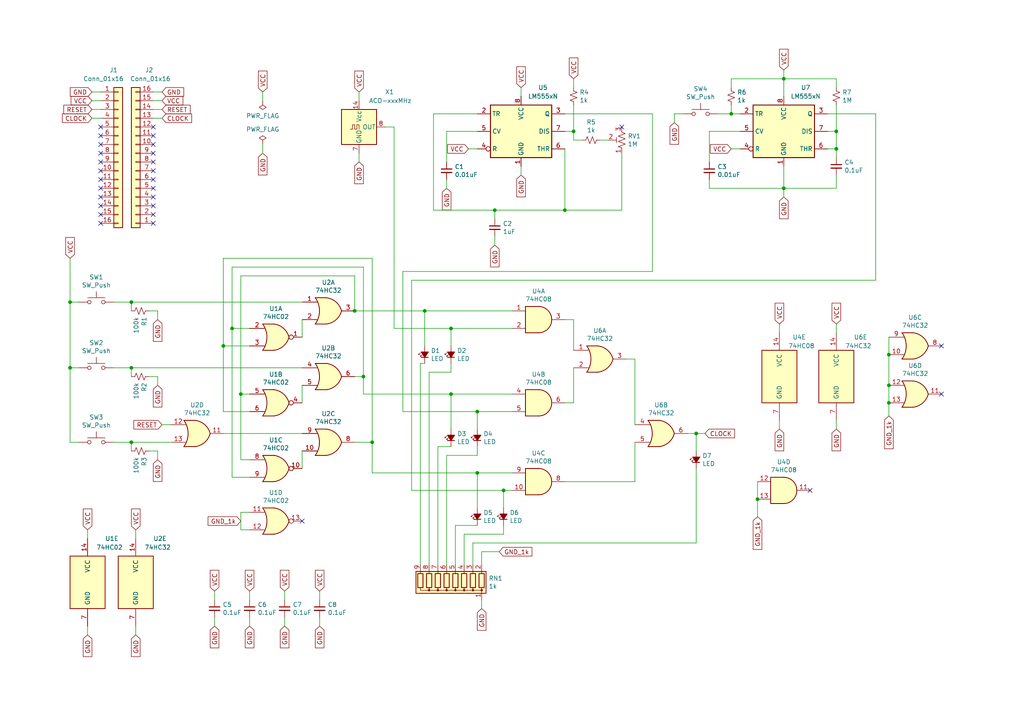
<source format=kicad_sch>
(kicad_sch (version 20230121) (generator eeschema)
  (paper "A4")
  (lib_symbols
    (symbol "74xx:74LS02" (pin_names (offset 1.016))
      (property "Reference" "U" (at 0 1.27 0))
      (property "Value" "74LS02" (at 0 -1.27 0))
      (symbol "74LS02_1_1"
        (pin output inverted (at 7.62 0 180) (length 3.81) (name "~") (number "1"))
        (pin input line (at -7.62 2.54 0) (length 4.318) (name "~") (number "2"))
        (pin input line (at -7.62 -2.54 0) (length 4.318) (name "~") (number "3"))
      )
      (symbol "74LS02_1_2"
        (pin output line (at 7.62 0 180) (length 3.81) (name "~") (number "1"))
        (pin input inverted (at -7.62 2.54 0) (length 3.81) (name "~") (number "2"))
        (pin input inverted (at -7.62 -2.54 0) (length 3.81) (name "~") (number "3"))
      )
      (symbol "74LS02_2_1"
        (pin output inverted (at 7.62 0 180) (length 3.81) (name "~") (number "4"))
        (pin input line (at -7.62 2.54 0) (length 4.318) (name "~") (number "5"))
        (pin input line (at -7.62 -2.54 0) (length 4.318) (name "~") (number "6"))
      )
      (symbol "74LS02_2_2"
        (pin output line (at 7.62 0 180) (length 3.81) (name "~") (number "4"))
        (pin input inverted (at -7.62 2.54 0) (length 3.81) (name "~") (number "5"))
        (pin input inverted (at -7.62 -2.54 0) (length 3.81) (name "~") (number "6"))
      )
      (symbol "74LS02_3_1"
        (pin output inverted (at 7.62 0 180) (length 3.81) (name "~") (number "10"))
        (pin input line (at -7.62 2.54 0) (length 4.318) (name "~") (number "8"))
        (pin input line (at -7.62 -2.54 0) (length 4.318) (name "~") (number "9"))
      )
      (symbol "74LS02_3_2"
        (pin output line (at 7.62 0 180) (length 3.81) (name "~") (number "10"))
        (pin input inverted (at -7.62 2.54 0) (length 3.81) (name "~") (number "8"))
        (pin input inverted (at -7.62 -2.54 0) (length 3.81) (name "~") (number "9"))
      )
      (symbol "74LS02_4_1"
        (pin input line (at -7.62 2.54 0) (length 4.318) (name "~") (number "11"))
        (pin input line (at -7.62 -2.54 0) (length 4.318) (name "~") (number "12"))
        (pin output inverted (at 7.62 0 180) (length 3.81) (name "~") (number "13"))
      )
      (symbol "74LS02_4_2"
        (pin input inverted (at -7.62 2.54 0) (length 3.81) (name "~") (number "11"))
        (pin input inverted (at -7.62 -2.54 0) (length 3.81) (name "~") (number "12"))
        (pin output line (at 7.62 0 180) (length 3.81) (name "~") (number "13"))
      )
      (symbol "74LS02_5_0"
        (pin power_in line (at 0 12.7 270) (length 5.08) (name "VCC") (number "14"))
        (pin power_in line (at 0 -12.7 90) (length 5.08) (name "GND") (number "7"))
      )
    )
    (symbol "74xx:74LS08" (pin_names (offset 1.016))
      (property "Reference" "U" (at 0 1.27 0))
      (property "Value" "74LS08" (at 0 -1.27 0))
      (symbol "74LS08_1_1"
        (pin input line (at -7.62 2.54 0) (length 3.81) (name "~") (number "1"))
        (pin input line (at -7.62 -2.54 0) (length 3.81) (name "~") (number "2"))
        (pin output line (at 7.62 0 180) (length 3.81) (name "~") (number "3"))
      )
      (symbol "74LS08_1_2"
        (pin input inverted (at -7.62 2.54 0) (length 4.318) (name "~") (number "1"))
        (pin input inverted (at -7.62 -2.54 0) (length 4.318) (name "~") (number "2"))
        (pin output inverted (at 7.62 0 180) (length 3.81) (name "~") (number "3"))
      )
      (symbol "74LS08_2_1"
        (pin input line (at -7.62 2.54 0) (length 3.81) (name "~") (number "4"))
        (pin input line (at -7.62 -2.54 0) (length 3.81) (name "~") (number "5"))
        (pin output line (at 7.62 0 180) (length 3.81) (name "~") (number "6"))
      )
      (symbol "74LS08_2_2"
        (pin input inverted (at -7.62 2.54 0) (length 4.318) (name "~") (number "4"))
        (pin input inverted (at -7.62 -2.54 0) (length 4.318) (name "~") (number "5"))
        (pin output inverted (at 7.62 0 180) (length 3.81) (name "~") (number "6"))
      )
      (symbol "74LS08_3_1"
        (pin input line (at -7.62 -2.54 0) (length 3.81) (name "~") (number "10"))
        (pin output line (at 7.62 0 180) (length 3.81) (name "~") (number "8"))
        (pin input line (at -7.62 2.54 0) (length 3.81) (name "~") (number "9"))
      )
      (symbol "74LS08_3_2"
        (pin input inverted (at -7.62 -2.54 0) (length 4.318) (name "~") (number "10"))
        (pin output inverted (at 7.62 0 180) (length 3.81) (name "~") (number "8"))
        (pin input inverted (at -7.62 2.54 0) (length 4.318) (name "~") (number "9"))
      )
      (symbol "74LS08_4_1"
        (pin output line (at 7.62 0 180) (length 3.81) (name "~") (number "11"))
        (pin input line (at -7.62 2.54 0) (length 3.81) (name "~") (number "12"))
        (pin input line (at -7.62 -2.54 0) (length 3.81) (name "~") (number "13"))
      )
      (symbol "74LS08_4_2"
        (pin output inverted (at 7.62 0 180) (length 3.81) (name "~") (number "11"))
        (pin input inverted (at -7.62 2.54 0) (length 4.318) (name "~") (number "12"))
        (pin input inverted (at -7.62 -2.54 0) (length 4.318) (name "~") (number "13"))
      )
      (symbol "74LS08_5_0"
        (pin power_in line (at 0 12.7 270) (length 5.08) (name "VCC") (number "14"))
        (pin power_in line (at 0 -12.7 90) (length 5.08) (name "GND") (number "7"))
      )
    )
    (symbol "74xx:74LS32" (pin_names (offset 1.016))
      (property "Reference" "U" (at 0 1.27 0))
      (property "Value" "74LS32" (at 0 -1.27 0))
      (symbol "74LS32_1_1"
        (pin input line (at -7.62 2.54 0) (length 4.318) (name "~") (number "1"))
        (pin input line (at -7.62 -2.54 0) (length 4.318) (name "~") (number "2"))
        (pin output line (at 7.62 0 180) (length 3.81) (name "~") (number "3"))
      )
      (symbol "74LS32_1_2"
        (pin input inverted (at -7.62 2.54 0) (length 3.81) (name "~") (number "1"))
        (pin input inverted (at -7.62 -2.54 0) (length 3.81) (name "~") (number "2"))
        (pin output inverted (at 7.62 0 180) (length 3.81) (name "~") (number "3"))
      )
      (symbol "74LS32_2_1"
        (pin input line (at -7.62 2.54 0) (length 4.318) (name "~") (number "4"))
        (pin input line (at -7.62 -2.54 0) (length 4.318) (name "~") (number "5"))
        (pin output line (at 7.62 0 180) (length 3.81) (name "~") (number "6"))
      )
      (symbol "74LS32_2_2"
        (pin input inverted (at -7.62 2.54 0) (length 3.81) (name "~") (number "4"))
        (pin input inverted (at -7.62 -2.54 0) (length 3.81) (name "~") (number "5"))
        (pin output inverted (at 7.62 0 180) (length 3.81) (name "~") (number "6"))
      )
      (symbol "74LS32_3_1"
        (pin input line (at -7.62 -2.54 0) (length 4.318) (name "~") (number "10"))
        (pin output line (at 7.62 0 180) (length 3.81) (name "~") (number "8"))
        (pin input line (at -7.62 2.54 0) (length 4.318) (name "~") (number "9"))
      )
      (symbol "74LS32_3_2"
        (pin input inverted (at -7.62 -2.54 0) (length 3.81) (name "~") (number "10"))
        (pin output inverted (at 7.62 0 180) (length 3.81) (name "~") (number "8"))
        (pin input inverted (at -7.62 2.54 0) (length 3.81) (name "~") (number "9"))
      )
      (symbol "74LS32_4_1"
        (pin output line (at 7.62 0 180) (length 3.81) (name "~") (number "11"))
        (pin input line (at -7.62 2.54 0) (length 4.318) (name "~") (number "12"))
        (pin input line (at -7.62 -2.54 0) (length 4.318) (name "~") (number "13"))
      )
      (symbol "74LS32_4_2"
        (pin output inverted (at 7.62 0 180) (length 3.81) (name "~") (number "11"))
        (pin input inverted (at -7.62 2.54 0) (length 3.81) (name "~") (number "12"))
        (pin input inverted (at -7.62 -2.54 0) (length 3.81) (name "~") (number "13"))
      )
      (symbol "74LS32_5_0"
        (pin power_in line (at 0 12.7 270) (length 5.08) (name "VCC") (number "14"))
        (pin power_in line (at 0 -12.7 90) (length 5.08) (name "GND") (number "7"))
      )
    )
    (symbol "Clock-rescue:ACO-xxxMHz-Oscillator" (pin_names (offset 0.254))
      (property "Reference" "X" (at -5.08 6.35 0))
      (property "Value" "Oscillator_ACO-xxxMHz" (at 1.27 -6.35 0))
      (symbol "ACO-xxxMHz-Oscillator_1_1"
        (pin no_connect line (at -7.62 0 0) (length 2.54) hide (name "NC") (number "1"))
        (pin power_in line (at 0 7.62 270) (length 2.54) (name "Vcc") (number "14"))
        (pin power_in line (at 0 -7.62 90) (length 2.54) (name "GND") (number "7"))
        (pin output line (at 7.62 0 180) (length 2.54) (name "OUT") (number "8"))
      )
    )
    (symbol "Clock-rescue:LED_Small_ALT-Device" (pin_numbers hide) (pin_names (offset 0.254) hide)
      (property "Reference" "D" (at -1.27 3.175 0))
      (property "Value" "Device_LED_Small_ALT" (at -4.445 -2.54 0))
      (symbol "LED_Small_ALT-Device_1_1"
        (pin passive line (at -2.54 0 0) (length 1.778) (name "K") (number "1"))
        (pin passive line (at 2.54 0 180) (length 1.778) (name "A") (number "2"))
      )
    )
    (symbol "Clock-rescue:R_POT_TRIM_US-Device" (pin_names (offset 1.016) hide)
      (property "Reference" "RV" (at -4.445 0 90))
      (property "Value" "Device_R_POT_TRIM_US" (at -2.54 0 90))
      (symbol "R_POT_TRIM_US-Device_1_1"
        (pin passive line (at 0 3.81 270) (length 1.27) (name "1") (number "1"))
        (pin passive line (at 3.81 0 180) (length 1.27) (name "2") (number "2"))
        (pin passive line (at 0 -3.81 90) (length 1.27) (name "3") (number "3"))
      )
    )
    (symbol "Connector_Generic:Conn_01x16" (pin_names (offset 1.016) hide)
      (property "Reference" "J" (at 0 20.32 0))
      (property "Value" "Conn_01x16" (at 0 -22.86 0))
      (symbol "Conn_01x16_1_1"
        (pin passive line (at -5.08 17.78 0) (length 3.81) (name "Pin_1") (number "1"))
        (pin passive line (at -5.08 -5.08 0) (length 3.81) (name "Pin_10") (number "10"))
        (pin passive line (at -5.08 -7.62 0) (length 3.81) (name "Pin_11") (number "11"))
        (pin passive line (at -5.08 -10.16 0) (length 3.81) (name "Pin_12") (number "12"))
        (pin passive line (at -5.08 -12.7 0) (length 3.81) (name "Pin_13") (number "13"))
        (pin passive line (at -5.08 -15.24 0) (length 3.81) (name "Pin_14") (number "14"))
        (pin passive line (at -5.08 -17.78 0) (length 3.81) (name "Pin_15") (number "15"))
        (pin passive line (at -5.08 -20.32 0) (length 3.81) (name "Pin_16") (number "16"))
        (pin passive line (at -5.08 15.24 0) (length 3.81) (name "Pin_2") (number "2"))
        (pin passive line (at -5.08 12.7 0) (length 3.81) (name "Pin_3") (number "3"))
        (pin passive line (at -5.08 10.16 0) (length 3.81) (name "Pin_4") (number "4"))
        (pin passive line (at -5.08 7.62 0) (length 3.81) (name "Pin_5") (number "5"))
        (pin passive line (at -5.08 5.08 0) (length 3.81) (name "Pin_6") (number "6"))
        (pin passive line (at -5.08 2.54 0) (length 3.81) (name "Pin_7") (number "7"))
        (pin passive line (at -5.08 0 0) (length 3.81) (name "Pin_8") (number "8"))
        (pin passive line (at -5.08 -2.54 0) (length 3.81) (name "Pin_9") (number "9"))
      )
    )
    (symbol "Device:C_Small" (pin_numbers hide) (pin_names (offset 0.254) hide)
      (property "Reference" "C" (at 0.254 1.778 0))
      (property "Value" "C_Small" (at 0.254 -2.032 0))
      (symbol "C_Small_1_1"
        (pin passive line (at 0 2.54 270) (length 2.032) (name "~") (number "1"))
        (pin passive line (at 0 -2.54 90) (length 2.032) (name "~") (number "2"))
      )
    )
    (symbol "Device:R_Network08" (pin_names (offset 0) hide)
      (property "Reference" "RN" (at -12.7 0 90))
      (property "Value" "R_Network08" (at 10.16 0 90))
      (symbol "R_Network08_1_1"
        (pin passive line (at -10.16 5.08 270) (length 2.54) (name "common") (number "1"))
        (pin passive line (at -10.16 -5.08 90) (length 1.27) (name "R1") (number "2"))
        (pin passive line (at -7.62 -5.08 90) (length 1.27) (name "R2") (number "3"))
        (pin passive line (at -5.08 -5.08 90) (length 1.27) (name "R3") (number "4"))
        (pin passive line (at -2.54 -5.08 90) (length 1.27) (name "R4") (number "5"))
        (pin passive line (at 0 -5.08 90) (length 1.27) (name "R5") (number "6"))
        (pin passive line (at 2.54 -5.08 90) (length 1.27) (name "R6") (number "7"))
        (pin passive line (at 5.08 -5.08 90) (length 1.27) (name "R7") (number "8"))
        (pin passive line (at 7.62 -5.08 90) (length 1.27) (name "R8") (number "9"))
      )
    )
    (symbol "Device:R_Small_US" (pin_numbers hide) (pin_names (offset 0.254) hide)
      (property "Reference" "R" (at 0.762 0.508 0))
      (property "Value" "R_Small_US" (at 0.762 -1.016 0))
      (symbol "R_Small_US_1_1"
        (pin passive line (at 0 2.54 270) (length 1.016) (name "~") (number "1"))
        (pin passive line (at 0 -2.54 90) (length 1.016) (name "~") (number "2"))
      )
    )
    (symbol "Switch:SW_Push" (pin_numbers hide) (pin_names (offset 1.016) hide)
      (property "Reference" "SW" (at 1.27 2.54 0))
      (property "Value" "SW_Push" (at 0 -1.524 0))
      (symbol "SW_Push_0_1"
        (pin passive line (at -5.08 0 0) (length 2.54) (name "1") (number "1"))
        (pin passive line (at 5.08 0 180) (length 2.54) (name "2") (number "2"))
      )
    )
    (symbol "Timer:LM555xN"
      (property "Reference" "U" (at -10.16 8.89 0))
      (property "Value" "LM555xN" (at 2.54 8.89 0))
      (symbol "LM555xN_0_0"
        (pin power_in line (at 0 -10.16 90) (length 2.54) (name "GND") (number "1"))
        (pin power_in line (at 0 10.16 270) (length 2.54) (name "VCC") (number "8"))
      )
      (symbol "LM555xN_1_1"
        (pin input line (at -12.7 5.08 0) (length 3.81) (name "TR") (number "2"))
        (pin output line (at 12.7 5.08 180) (length 3.81) (name "Q") (number "3"))
        (pin input inverted (at -12.7 -5.08 0) (length 3.81) (name "R") (number "4"))
        (pin input line (at -12.7 0 0) (length 3.81) (name "CV") (number "5"))
        (pin input line (at 12.7 -5.08 180) (length 3.81) (name "THR") (number "6"))
        (pin input line (at 12.7 0 180) (length 3.81) (name "DIS") (number "7"))
      )
    )
    (symbol "power:PWR_FLAG" (power) (pin_numbers hide) (pin_names (offset 0) hide)
      (property "Value" "PWR_FLAG" (at 0 3.81 0))
      (symbol "PWR_FLAG_0_0"
        (pin power_out line (at 0 0 90) (length 0) (name "pwr") (number "1"))
      )
    )
  )
  (junction (at 38.1 128.27))
  (junction (at 20.32 87.63))
  (junction (at 166.37 38.1))
  (junction (at 242.57 38.1))
  (junction (at 138.43 137.16))
  (junction (at 20.32 106.68))
  (junction (at 227.33 22.86))
  (junction (at 257.81 111.76))
  (junction (at 69.85 114.3))
  (junction (at 163.83 60.96))
  (junction (at 257.81 116.84))
  (junction (at 143.51 60.96))
  (junction (at 38.1 106.68))
  (junction (at 130.81 95.25))
  (junction (at 38.1 87.63))
  (junction (at 257.81 102.87))
  (junction (at 105.41 109.22))
  (junction (at 146.05 142.24))
  (junction (at 212.09 33.02))
  (junction (at 242.57 43.18))
  (junction (at 201.93 125.73))
  (junction (at 227.33 54.61))
  (junction (at 67.31 95.25))
  (junction (at 123.19 90.17))
  (junction (at 102.87 90.17))
  (junction (at 107.95 128.27))
  (junction (at 138.43 119.38))
  (junction (at 219.71 144.78))
  (junction (at 64.77 100.33))
  (junction (at 130.81 114.3))
  (no_connect (at 44.45 39.37))
  (no_connect (at 44.45 52.07))
  (no_connect (at 29.21 52.07))
  (no_connect (at 44.45 44.45))
  (no_connect (at 44.45 54.61))
  (no_connect (at 87.63 151.13))
  (no_connect (at 234.95 142.24))
  (no_connect (at 44.45 46.99))
  (no_connect (at 44.45 36.83))
  (no_connect (at 29.21 64.77))
  (no_connect (at 44.45 59.69))
  (no_connect (at 273.05 114.3))
  (no_connect (at 29.21 46.99))
  (no_connect (at 29.21 57.15))
  (no_connect (at 29.21 59.69))
  (no_connect (at 180.34 36.83))
  (no_connect (at 44.45 41.91))
  (no_connect (at 29.21 62.23))
  (no_connect (at 44.45 49.53))
  (no_connect (at 44.45 62.23))
  (no_connect (at 29.21 36.83))
  (no_connect (at 29.21 54.61))
  (no_connect (at 44.45 57.15))
  (no_connect (at 44.45 64.77))
  (no_connect (at 29.21 39.37))
  (no_connect (at 273.05 100.33))
  (no_connect (at 29.21 44.45))
  (no_connect (at 29.21 49.53))
  (no_connect (at 29.21 41.91))
  (wire (pts (xy 180.34 60.96) (xy 163.83 60.96)))
  (wire (pts (xy 130.81 107.95) (xy 124.46 107.95)))
  (wire (pts (xy 205.74 54.61) (xy 205.74 52.07)))
  (wire (pts (xy 119.38 81.28) (xy 119.38 142.24)))
  (wire (pts (xy 212.09 22.86) (xy 227.33 22.86)))
  (wire (pts (xy 139.7 160.02) (xy 139.7 163.83)))
  (wire (pts (xy 87.63 116.84) (xy 87.63 111.76)))
  (wire (pts (xy 214.63 38.1) (xy 205.74 38.1)))
  (wire (pts (xy 76.2 44.45) (xy 76.2 41.91)))
  (wire (pts (xy 129.54 54.61) (xy 129.54 52.07)))
  (wire (pts (xy 102.87 90.17) (xy 102.87 80.01)))
  (wire (pts (xy 26.67 29.21) (xy 29.21 29.21)))
  (wire (pts (xy 242.57 25.4) (xy 242.57 22.86)))
  (wire (pts (xy 67.31 77.47) (xy 67.31 95.25)))
  (wire (pts (xy 121.92 105.41) (xy 121.92 163.83)))
  (wire (pts (xy 125.73 60.96) (xy 143.51 60.96)))
  (wire (pts (xy 166.37 25.4) (xy 166.37 22.86)))
  (wire (pts (xy 76.2 26.67) (xy 76.2 29.21)))
  (wire (pts (xy 195.58 35.56) (xy 195.58 33.02)))
  (wire (pts (xy 116.84 78.74) (xy 116.84 119.38)))
  (wire (pts (xy 33.02 106.68) (xy 38.1 106.68)))
  (wire (pts (xy 240.03 43.18) (xy 242.57 43.18)))
  (wire (pts (xy 201.93 157.48) (xy 137.16 157.48)))
  (wire (pts (xy 82.55 181.61) (xy 82.55 179.07)))
  (wire (pts (xy 173.99 40.64) (xy 176.53 40.64)))
  (wire (pts (xy 242.57 45.72) (xy 242.57 43.18)))
  (wire (pts (xy 114.3 36.83) (xy 114.3 95.25)))
  (wire (pts (xy 87.63 97.79) (xy 87.63 92.71)))
  (wire (pts (xy 166.37 92.71) (xy 163.83 92.71)))
  (wire (pts (xy 64.77 100.33) (xy 72.39 100.33)))
  (wire (pts (xy 102.87 90.17) (xy 123.19 90.17)))
  (wire (pts (xy 242.57 38.1) (xy 240.03 38.1)))
  (wire (pts (xy 62.23 181.61) (xy 62.23 179.07)))
  (wire (pts (xy 146.05 154.94) (xy 134.62 154.94)))
  (wire (pts (xy 105.41 114.3) (xy 130.81 114.3)))
  (wire (pts (xy 137.16 157.48) (xy 137.16 163.83)))
  (wire (pts (xy 87.63 135.89) (xy 87.63 130.81)))
  (wire (pts (xy 138.43 132.08) (xy 129.54 132.08)))
  (wire (pts (xy 38.1 128.27) (xy 49.53 128.27)))
  (wire (pts (xy 138.43 124.46) (xy 138.43 119.38)))
  (wire (pts (xy 254 81.28) (xy 119.38 81.28)))
  (wire (pts (xy 123.19 105.41) (xy 121.92 105.41)))
  (wire (pts (xy 102.87 109.22) (xy 105.41 109.22)))
  (wire (pts (xy 69.85 80.01) (xy 102.87 80.01)))
  (wire (pts (xy 20.32 87.63) (xy 20.32 106.68)))
  (wire (pts (xy 205.74 54.61) (xy 227.33 54.61)))
  (wire (pts (xy 82.55 171.45) (xy 82.55 173.99)))
  (wire (pts (xy 69.85 153.67) (xy 72.39 153.67)))
  (wire (pts (xy 166.37 30.48) (xy 166.37 38.1)))
  (wire (pts (xy 105.41 109.22) (xy 105.41 114.3)))
  (wire (pts (xy 20.32 106.68) (xy 20.32 128.27)))
  (wire (pts (xy 138.43 152.4) (xy 132.08 152.4)))
  (wire (pts (xy 64.77 125.73) (xy 87.63 125.73)))
  (wire (pts (xy 201.93 130.81) (xy 201.93 125.73)))
  (wire (pts (xy 38.1 90.17) (xy 38.1 87.63)))
  (wire (pts (xy 134.62 154.94) (xy 134.62 163.83)))
  (wire (pts (xy 257.81 116.84) (xy 257.81 120.65)))
  (wire (pts (xy 184.15 123.19) (xy 184.15 104.14)))
  (wire (pts (xy 242.57 124.46) (xy 242.57 121.92)))
  (wire (pts (xy 127 129.54) (xy 127 163.83)))
  (wire (pts (xy 132.08 152.4) (xy 132.08 163.83)))
  (wire (pts (xy 151.13 25.4) (xy 151.13 27.94)))
  (wire (pts (xy 240.03 33.02) (xy 254 33.02)))
  (wire (pts (xy 227.33 57.15) (xy 227.33 54.61)))
  (wire (pts (xy 39.37 184.15) (xy 39.37 181.61)))
  (wire (pts (xy 46.99 26.67) (xy 44.45 26.67)))
  (wire (pts (xy 143.51 71.12) (xy 143.51 68.58)))
  (wire (pts (xy 72.39 171.45) (xy 72.39 173.99)))
  (wire (pts (xy 163.83 43.18) (xy 163.83 60.96)))
  (wire (pts (xy 129.54 132.08) (xy 129.54 163.83)))
  (wire (pts (xy 39.37 153.67) (xy 39.37 156.21)))
  (wire (pts (xy 226.06 124.46) (xy 226.06 121.92)))
  (wire (pts (xy 184.15 139.7) (xy 184.15 128.27)))
  (wire (pts (xy 22.86 106.68) (xy 20.32 106.68)))
  (wire (pts (xy 114.3 36.83) (xy 111.76 36.83)))
  (wire (pts (xy 45.72 92.71) (xy 45.72 90.17)))
  (wire (pts (xy 166.37 106.68) (xy 166.37 116.84)))
  (wire (pts (xy 69.85 133.35) (xy 72.39 133.35)))
  (wire (pts (xy 227.33 54.61) (xy 242.57 54.61)))
  (wire (pts (xy 43.18 130.81) (xy 45.72 130.81)))
  (wire (pts (xy 114.3 95.25) (xy 130.81 95.25)))
  (wire (pts (xy 227.33 54.61) (xy 227.33 48.26)))
  (wire (pts (xy 212.09 43.18) (xy 214.63 43.18)))
  (wire (pts (xy 72.39 181.61) (xy 72.39 179.07)))
  (wire (pts (xy 64.77 100.33) (xy 64.77 119.38)))
  (wire (pts (xy 107.95 128.27) (xy 107.95 137.16)))
  (wire (pts (xy 62.23 171.45) (xy 62.23 173.99)))
  (wire (pts (xy 166.37 40.64) (xy 168.91 40.64)))
  (wire (pts (xy 69.85 114.3) (xy 69.85 133.35)))
  (wire (pts (xy 67.31 95.25) (xy 72.39 95.25)))
  (wire (pts (xy 46.99 29.21) (xy 44.45 29.21)))
  (wire (pts (xy 64.77 74.93) (xy 64.77 100.33)))
  (wire (pts (xy 166.37 101.6) (xy 166.37 92.71)))
  (wire (pts (xy 195.58 33.02) (xy 198.12 33.02)))
  (wire (pts (xy 139.7 176.53) (xy 139.7 173.99)))
  (wire (pts (xy 242.57 43.18) (xy 242.57 38.1)))
  (wire (pts (xy 138.43 119.38) (xy 148.59 119.38)))
  (wire (pts (xy 163.83 139.7) (xy 184.15 139.7)))
  (wire (pts (xy 212.09 33.02) (xy 214.63 33.02)))
  (wire (pts (xy 46.99 31.75) (xy 44.45 31.75)))
  (wire (pts (xy 144.78 160.02) (xy 139.7 160.02)))
  (wire (pts (xy 138.43 147.32) (xy 138.43 137.16)))
  (wire (pts (xy 212.09 22.86) (xy 212.09 25.4)))
  (wire (pts (xy 104.14 26.67) (xy 104.14 29.21)))
  (wire (pts (xy 138.43 38.1) (xy 129.54 38.1)))
  (wire (pts (xy 219.71 144.78) (xy 219.71 139.7)))
  (wire (pts (xy 20.32 128.27) (xy 22.86 128.27)))
  (wire (pts (xy 201.93 125.73) (xy 199.39 125.73)))
  (wire (pts (xy 116.84 119.38) (xy 138.43 119.38)))
  (wire (pts (xy 257.81 102.87) (xy 257.81 97.79)))
  (wire (pts (xy 184.15 104.14) (xy 181.61 104.14)))
  (wire (pts (xy 26.67 31.75) (xy 29.21 31.75)))
  (wire (pts (xy 105.41 109.22) (xy 105.41 77.47)))
  (wire (pts (xy 146.05 147.32) (xy 146.05 142.24)))
  (wire (pts (xy 208.28 33.02) (xy 212.09 33.02)))
  (wire (pts (xy 38.1 87.63) (xy 87.63 87.63)))
  (wire (pts (xy 67.31 77.47) (xy 105.41 77.47)))
  (wire (pts (xy 92.71 181.61) (xy 92.71 179.07)))
  (wire (pts (xy 219.71 149.86) (xy 219.71 144.78)))
  (wire (pts (xy 69.85 148.59) (xy 72.39 148.59)))
  (wire (pts (xy 151.13 50.8) (xy 151.13 48.26)))
  (wire (pts (xy 204.47 125.73) (xy 201.93 125.73)))
  (wire (pts (xy 242.57 30.48) (xy 242.57 38.1)))
  (wire (pts (xy 25.4 184.15) (xy 25.4 181.61)))
  (wire (pts (xy 226.06 96.52) (xy 226.06 93.98)))
  (wire (pts (xy 254 33.02) (xy 254 81.28)))
  (wire (pts (xy 125.73 33.02) (xy 125.73 60.96)))
  (wire (pts (xy 227.33 22.86) (xy 242.57 22.86)))
  (wire (pts (xy 33.02 87.63) (xy 38.1 87.63)))
  (wire (pts (xy 43.18 90.17) (xy 45.72 90.17)))
  (wire (pts (xy 189.23 33.02) (xy 189.23 78.74)))
  (wire (pts (xy 107.95 74.93) (xy 64.77 74.93)))
  (wire (pts (xy 92.71 171.45) (xy 92.71 173.99)))
  (wire (pts (xy 38.1 109.22) (xy 38.1 106.68)))
  (wire (pts (xy 130.81 124.46) (xy 130.81 114.3)))
  (wire (pts (xy 123.19 90.17) (xy 148.59 90.17)))
  (wire (pts (xy 138.43 137.16) (xy 148.59 137.16)))
  (wire (pts (xy 20.32 74.93) (xy 20.32 87.63)))
  (wire (pts (xy 180.34 44.45) (xy 180.34 60.96)))
  (wire (pts (xy 135.89 43.18) (xy 138.43 43.18)))
  (wire (pts (xy 22.86 87.63) (xy 20.32 87.63)))
  (wire (pts (xy 45.72 109.22) (xy 43.18 109.22)))
  (wire (pts (xy 45.72 111.76) (xy 45.72 109.22)))
  (wire (pts (xy 102.87 128.27) (xy 107.95 128.27)))
  (wire (pts (xy 163.83 33.02) (xy 189.23 33.02)))
  (wire (pts (xy 45.72 133.35) (xy 45.72 130.81)))
  (wire (pts (xy 242.57 93.98) (xy 242.57 96.52)))
  (wire (pts (xy 46.99 34.29) (xy 44.45 34.29)))
  (wire (pts (xy 26.67 34.29) (xy 29.21 34.29)))
  (wire (pts (xy 38.1 128.27) (xy 38.1 130.81)))
  (wire (pts (xy 69.85 114.3) (xy 72.39 114.3)))
  (wire (pts (xy 25.4 153.67) (xy 25.4 156.21)))
  (wire (pts (xy 166.37 38.1) (xy 166.37 40.64)))
  (wire (pts (xy 33.02 128.27) (xy 38.1 128.27)))
  (wire (pts (xy 189.23 78.74) (xy 116.84 78.74)))
  (wire (pts (xy 46.99 123.19) (xy 49.53 123.19)))
  (wire (pts (xy 227.33 20.32) (xy 227.33 22.86)))
  (wire (pts (xy 64.77 119.38) (xy 72.39 119.38)))
  (wire (pts (xy 67.31 138.43) (xy 72.39 138.43)))
  (wire (pts (xy 124.46 107.95) (xy 124.46 163.83)))
  (wire (pts (xy 257.81 111.76) (xy 257.81 116.84)))
  (wire (pts (xy 69.85 148.59) (xy 69.85 153.67)))
  (wire (pts (xy 242.57 50.8) (xy 242.57 54.61)))
  (wire (pts (xy 130.81 129.54) (xy 127 129.54)))
  (wire (pts (xy 143.51 60.96) (xy 163.83 60.96)))
  (wire (pts (xy 129.54 38.1) (xy 129.54 46.99)))
  (wire (pts (xy 146.05 142.24) (xy 148.59 142.24)))
  (wire (pts (xy 163.83 38.1) (xy 166.37 38.1)))
  (wire (pts (xy 38.1 106.68) (xy 87.63 106.68)))
  (wire (pts (xy 107.95 137.16) (xy 138.43 137.16)))
  (wire (pts (xy 26.67 26.67) (xy 29.21 26.67)))
  (wire (pts (xy 107.95 128.27) (xy 107.95 74.93)))
  (wire (pts (xy 104.14 46.99) (xy 104.14 44.45)))
  (wire (pts (xy 143.51 63.5) (xy 143.51 60.96)))
  (wire (pts (xy 69.85 80.01) (xy 69.85 114.3)))
  (wire (pts (xy 138.43 129.54) (xy 138.43 132.08)))
  (wire (pts (xy 138.43 33.02) (xy 125.73 33.02)))
  (wire (pts (xy 130.81 105.41) (xy 130.81 107.95)))
  (wire (pts (xy 257.81 102.87) (xy 257.81 111.76)))
  (wire (pts (xy 119.38 142.24) (xy 146.05 142.24)))
  (wire (pts (xy 201.93 135.89) (xy 201.93 157.48)))
  (wire (pts (xy 205.74 38.1) (xy 205.74 46.99)))
  (wire (pts (xy 130.81 114.3) (xy 148.59 114.3)))
  (wire (pts (xy 130.81 100.33) (xy 130.81 95.25)))
  (wire (pts (xy 67.31 95.25) (xy 67.31 138.43)))
  (wire (pts (xy 123.19 100.33) (xy 123.19 90.17)))
  (wire (pts (xy 227.33 22.86) (xy 227.33 27.94)))
  (wire (pts (xy 130.81 95.25) (xy 148.59 95.25)))
  (wire (pts (xy 212.09 30.48) (xy 212.09 33.02)))
  (wire (pts (xy 146.05 152.4) (xy 146.05 154.94)))
  (wire (pts (xy 166.37 116.84) (xy 163.83 116.84)))
  (global_label "CLOCK" (shape input) (at 204.47 125.73 0) (property "Intersheetrefs" "${INTERSHEET_REFS}" (effects hide)))
  (global_label "GND" (shape input) (at 45.72 133.35 270) (property "Intersheetrefs" "${INTERSHEET_REFS}" (effects hide)))
  (global_label "VCC" (shape input) (at 226.06 93.98 90) (property "Intersheetrefs" "${INTERSHEET_REFS}" (effects hide)))
  (global_label "VCC" (shape input) (at 39.37 153.67 90) (property "Intersheetrefs" "${INTERSHEET_REFS}" (effects hide)))
  (global_label "RESET" (shape input) (at 26.67 31.75 180) (property "Intersheetrefs" "${INTERSHEET_REFS}" (effects hide)))
  (global_label "VCC" (shape input) (at 135.89 43.18 180) (property "Intersheetrefs" "${INTERSHEET_REFS}" (effects hide)))
  (global_label "GND" (shape input) (at 226.06 124.46 270) (property "Intersheetrefs" "${INTERSHEET_REFS}" (effects hide)))
  (global_label "VCC" (shape input) (at 25.4 153.67 90) (property "Intersheetrefs" "${INTERSHEET_REFS}" (effects hide)))
  (global_label "VCC" (shape input) (at 92.71 171.45 90) (property "Intersheetrefs" "${INTERSHEET_REFS}" (effects hide)))
  (global_label "GND" (shape input) (at 227.33 57.15 270) (property "Intersheetrefs" "${INTERSHEET_REFS}" (effects hide)))
  (global_label "RESET" (shape input) (at 46.99 123.19 180) (property "Intersheetrefs" "${INTERSHEET_REFS}" (effects hide)))
  (global_label "VCC" (shape input) (at 227.33 20.32 90) (property "Intersheetrefs" "${INTERSHEET_REFS}" (effects hide)))
  (global_label "RESET" (shape input) (at 46.99 31.75 0) (property "Intersheetrefs" "${INTERSHEET_REFS}" (effects hide)))
  (global_label "GND" (shape input) (at 129.54 54.61 270) (property "Intersheetrefs" "${INTERSHEET_REFS}" (effects hide)))
  (global_label "GND" (shape input) (at 26.67 26.67 180) (property "Intersheetrefs" "${INTERSHEET_REFS}" (effects hide)))
  (global_label "GND" (shape input) (at 62.23 181.61 270) (property "Intersheetrefs" "${INTERSHEET_REFS}" (effects hide)))
  (global_label "GND" (shape input) (at 92.71 181.61 270) (property "Intersheetrefs" "${INTERSHEET_REFS}" (effects hide)))
  (global_label "GND" (shape input) (at 25.4 184.15 270) (property "Intersheetrefs" "${INTERSHEET_REFS}" (effects hide)))
  (global_label "VCC" (shape input) (at 20.32 74.93 90) (property "Intersheetrefs" "${INTERSHEET_REFS}" (effects hide)))
  (global_label "VCC" (shape input) (at 151.13 25.4 90) (property "Intersheetrefs" "${INTERSHEET_REFS}" (effects hide)))
  (global_label "GND" (shape input) (at 45.72 92.71 270) (property "Intersheetrefs" "${INTERSHEET_REFS}" (effects hide)))
  (global_label "GND" (shape input) (at 195.58 35.56 270) (property "Intersheetrefs" "${INTERSHEET_REFS}" (effects hide)))
  (global_label "GND_1k" (shape input) (at 69.85 151.13 180) (property "Intersheetrefs" "${INTERSHEET_REFS}" (effects hide)))
  (global_label "GND" (shape input) (at 46.99 26.67 0) (property "Intersheetrefs" "${INTERSHEET_REFS}" (effects hide)))
  (global_label "GND" (shape input) (at 139.7 176.53 270) (property "Intersheetrefs" "${INTERSHEET_REFS}" (effects hide)))
  (global_label "VCC" (shape input) (at 62.23 171.45 90) (property "Intersheetrefs" "${INTERSHEET_REFS}" (effects hide)))
  (global_label "VCC" (shape input) (at 212.09 43.18 180) (property "Intersheetrefs" "${INTERSHEET_REFS}" (effects hide)))
  (global_label "GND" (shape input) (at 143.51 71.12 270) (property "Intersheetrefs" "${INTERSHEET_REFS}" (effects hide)))
  (global_label "CLOCK" (shape input) (at 26.67 34.29 180) (property "Intersheetrefs" "${INTERSHEET_REFS}" (effects hide)))
  (global_label "VCC" (shape input) (at 72.39 171.45 90) (property "Intersheetrefs" "${INTERSHEET_REFS}" (effects hide)))
  (global_label "GND" (shape input) (at 45.72 111.76 270) (property "Intersheetrefs" "${INTERSHEET_REFS}" (effects hide)))
  (global_label "VCC" (shape input) (at 242.57 93.98 90) (property "Intersheetrefs" "${INTERSHEET_REFS}" (effects hide)))
  (global_label "GND" (shape input) (at 82.55 181.61 270) (property "Intersheetrefs" "${INTERSHEET_REFS}" (effects hide)))
  (global_label "CLOCK" (shape input) (at 46.99 34.29 0) (property "Intersheetrefs" "${INTERSHEET_REFS}" (effects hide)))
  (global_label "GND" (shape input) (at 242.57 124.46 270) (property "Intersheetrefs" "${INTERSHEET_REFS}" (effects hide)))
  (global_label "VCC" (shape input) (at 76.2 26.67 90) (property "Intersheetrefs" "${INTERSHEET_REFS}" (effects hide)))
  (global_label "VCC" (shape input) (at 46.99 29.21 0) (property "Intersheetrefs" "${INTERSHEET_REFS}" (effects hide)))
  (global_label "GND_1k" (shape input) (at 219.71 149.86 270) (property "Intersheetrefs" "${INTERSHEET_REFS}" (effects hide)))
  (global_label "GND" (shape input) (at 76.2 44.45 270) (property "Intersheetrefs" "${INTERSHEET_REFS}" (effects hide)))
  (global_label "GND_1k" (shape input) (at 144.78 160.02 0) (property "Intersheetrefs" "${INTERSHEET_REFS}" (effects hide)))
  (global_label "GND_1k" (shape input) (at 257.81 120.65 270) (property "Intersheetrefs" "${INTERSHEET_REFS}" (effects hide)))
  (global_label "VCC" (shape input) (at 166.37 22.86 90) (property "Intersheetrefs" "${INTERSHEET_REFS}" (effects hide)))
  (global_label "GND" (shape input) (at 72.39 181.61 270) (property "Intersheetrefs" "${INTERSHEET_REFS}" (effects hide)))
  (global_label "GND" (shape input) (at 151.13 50.8 270) (property "Intersheetrefs" "${INTERSHEET_REFS}" (effects hide)))
  (global_label "GND" (shape input) (at 39.37 184.15 270) (property "Intersheetrefs" "${INTERSHEET_REFS}" (effects hide)))
  (global_label "VCC" (shape input) (at 104.14 26.67 90) (property "Intersheetrefs" "${INTERSHEET_REFS}" (effects hide)))
  (global_label "VCC" (shape input) (at 26.67 29.21 180) (property "Intersheetrefs" "${INTERSHEET_REFS}" (effects hide)))
  (global_label "VCC" (shape input) (at 82.55 171.45 90) (property "Intersheetrefs" "${INTERSHEET_REFS}" (effects hide)))
  (global_label "GND" (shape input) (at 104.14 46.99 270) (property "Intersheetrefs" "${INTERSHEET_REFS}" (effects hide)))
  (symbol (lib_id "Clock-rescue:ACO-xxxMHz-Oscillator") (at 104.14 36.83 0) (unit 1)
    (property "Reference" "X1" (at 114.3 26.67 0) (effects (justify right)))
    (property "Value" "ACO-xxxMHz" (at 119.38 29.21 0) (effects (justify right)))
    (property "Footprint" "Oscillator:Oscillator_DIP-14" (effects hide))
    (property "Datasheet" "http://www.conwin.com/datasheets/cx/cx030.pdf" (effects hide))
  )
  (symbol (lib_id "Connector_Generic:Conn_01x16") (at 34.29 44.45 0) (unit 1)
    (property "Reference" "J1" (at 31.75 20.32 0) (effects (justify left)))
    (property "Value" "Conn_01x16" (at 24.13 22.86 0) (effects (justify left)))
    (property "Footprint" "Connector_PinHeader_2.54mm:PinHeader_1x16_P2.54mm_Horizontal" (effects hide))
  )
  (symbol (lib_id "Connector_Generic:Conn_01x16") (at 39.37 46.99 180) (unit 1)
    (property "Reference" "J2" (at 44.45 20.32 0) (effects (justify left)))
    (property "Value" "Conn_01x16" (at 49.53 22.86 0) (effects (justify left)))
    (property "Footprint" "Connector_PinHeader_2.54mm:PinHeader_1x16_P2.54mm_Horizontal" (effects hide))
  )
  (symbol (lib_id "Timer:LM555xN") (at 151.13 38.1 0) (unit 1)
    (property "Reference" "U5" (at 157.48 25.4 0))
    (property "Value" "LM555xN" (at 157.48 27.94 0))
    (property "Footprint" "Package_DIP:DIP-8_W7.62mm" (effects hide))
    (property "Datasheet" "http://www.ti.com/lit/ds/symlink/lm555.pdf" (effects hide))
  )
  (symbol (lib_id "74xx:74LS08") (at 156.21 92.71 0) (unit 1)
    (property "Reference" "U4" (at 156.21 84.455 0))
    (property "Value" "74HC08" (at 156.21 86.7664 0))
    (property "Footprint" "Package_DIP:DIP-14_W7.62mm" (effects hide))
    (property "Datasheet" "http://www.ti.com/lit/gpn/sn74LS08" (effects hide))
  )
  (symbol (lib_id "74xx:74LS08") (at 156.21 116.84 0) (unit 2)
    (property "Reference" "U4" (at 156.21 108.585 0))
    (property "Value" "74HC08" (at 156.21 110.8964 0))
    (property "Footprint" "Package_DIP:DIP-14_W7.62mm" (effects hide))
    (property "Datasheet" "http://www.ti.com/lit/gpn/sn74LS08" (effects hide))
  )
  (symbol (lib_id "74xx:74LS08") (at 156.21 139.7 0) (unit 3)
    (property "Reference" "U4" (at 156.21 131.445 0))
    (property "Value" "74HC08" (at 156.21 133.7564 0))
    (property "Footprint" "Package_DIP:DIP-14_W7.62mm" (effects hide))
    (property "Datasheet" "http://www.ti.com/lit/gpn/sn74LS08" (effects hide))
  )
  (symbol (lib_id "Device:C_Small") (at 129.54 49.53 0) (unit 1)
    (property "Reference" "C1" (at 131.8768 48.3616 0) (effects (justify left)))
    (property "Value" "0.01uF" (at 131.8768 50.673 0) (effects (justify left)))
    (property "Footprint" "Capacitor_THT:C_Disc_D4.3mm_W1.9mm_P5.00mm" (effects hide))
  )
  (symbol (lib_id "Device:C_Small") (at 143.51 66.04 0) (unit 1)
    (property "Reference" "C2" (at 145.8468 64.8716 0) (effects (justify left)))
    (property "Value" "1uF" (at 145.8468 67.183 0) (effects (justify left)))
    (property "Footprint" "Capacitor_THT:C_Disc_D4.3mm_W1.9mm_P5.00mm" (effects hide))
  )
  (symbol (lib_id "Clock-rescue:R_POT_TRIM_US-Device") (at 180.34 40.64 180) (unit 1)
    (property "Reference" "RV1" (at 182.0672 39.4716 0) (effects (justify right)))
    (property "Value" "1M" (at 182.0672 41.783 0) (effects (justify right)))
    (property "Footprint" "Potentiometer_THT:Potentiometer_Bourns_PTV09A-1_Single_Vertical" (effects hide))
  )
  (symbol (lib_id "Device:R_Small_US") (at 171.45 40.64 270) (unit 1)
    (property "Reference" "R5" (at 171.45 35.433 90))
    (property "Value" "1k" (at 171.45 37.7444 90))
    (property "Footprint" "Resistor_THT:R_Axial_DIN0207_L6.3mm_D2.5mm_P7.62mm_Horizontal" (effects hide))
  )
  (symbol (lib_id "Device:R_Small_US") (at 166.37 27.94 180) (unit 1)
    (property "Reference" "R4" (at 168.0972 26.7716 0) (effects (justify right)))
    (property "Value" "1k" (at 168.0972 29.083 0) (effects (justify right)))
    (property "Footprint" "Resistor_THT:R_Axial_DIN0207_L6.3mm_D2.5mm_P7.62mm_Horizontal" (effects hide))
  )
  (symbol (lib_id "Timer:LM555xN") (at 227.33 38.1 0) (unit 1)
    (property "Reference" "U7" (at 233.68 25.4 0))
    (property "Value" "LM555xN" (at 233.68 27.94 0))
    (property "Footprint" "Package_DIP:DIP-8_W7.62mm" (effects hide))
    (property "Datasheet" "http://www.ti.com/lit/ds/symlink/lm555.pdf" (effects hide))
  )
  (symbol (lib_id "Device:C_Small") (at 242.57 48.26 0) (unit 1)
    (property "Reference" "C4" (at 244.9068 47.0916 0) (effects (justify left)))
    (property "Value" "0.1uF" (at 244.9068 49.403 0) (effects (justify left)))
    (property "Footprint" "Capacitor_THT:C_Disc_D4.3mm_W1.9mm_P5.00mm" (effects hide))
  )
  (symbol (lib_id "Device:C_Small") (at 205.74 49.53 0) (unit 1)
    (property "Reference" "C3" (at 208.0768 48.3616 0) (effects (justify left)))
    (property "Value" "0.01uF" (at 208.0768 50.673 0) (effects (justify left)))
    (property "Footprint" "Capacitor_THT:C_Disc_D4.3mm_W1.9mm_P5.00mm" (effects hide))
  )
  (symbol (lib_id "Device:R_Small_US") (at 242.57 27.94 180) (unit 1)
    (property "Reference" "R7" (at 244.2972 26.7716 0) (effects (justify right)))
    (property "Value" "1M" (at 244.2972 29.083 0) (effects (justify right)))
    (property "Footprint" "Resistor_THT:R_Axial_DIN0207_L6.3mm_D2.5mm_P7.62mm_Horizontal" (effects hide))
  )
  (symbol (lib_id "Switch:SW_Push") (at 203.2 33.02 0) (unit 1)
    (property "Reference" "SW4" (at 203.2 25.781 0))
    (property "Value" "SW_Push" (at 203.2 28.0924 0))
    (property "Footprint" "Button_Switch_THT:SW_PUSH_6mm" (effects hide))
  )
  (symbol (lib_id "Device:R_Small_US") (at 212.09 27.94 180) (unit 1)
    (property "Reference" "R6" (at 213.8172 26.7716 0) (effects (justify right)))
    (property "Value" "1k" (at 213.8172 29.083 0) (effects (justify right)))
    (property "Footprint" "Resistor_THT:R_Axial_DIN0207_L6.3mm_D2.5mm_P7.62mm_Horizontal" (effects hide))
  )
  (symbol (lib_id "74xx:74LS32") (at 173.99 104.14 0) (unit 1)
    (property "Reference" "U6" (at 173.99 95.885 0))
    (property "Value" "74HC32" (at 173.99 98.1964 0))
    (property "Footprint" "Package_DIP:DIP-14_W7.62mm" (effects hide))
    (property "Datasheet" "http://www.ti.com/lit/gpn/sn74LS32" (effects hide))
  )
  (symbol (lib_id "74xx:74LS32") (at 191.77 125.73 0) (unit 2)
    (property "Reference" "U6" (at 191.77 117.475 0))
    (property "Value" "74HC32" (at 191.77 119.7864 0))
    (property "Footprint" "Package_DIP:DIP-14_W7.62mm" (effects hide))
    (property "Datasheet" "http://www.ti.com/lit/gpn/sn74LS32" (effects hide))
  )
  (symbol (lib_id "74xx:74LS32") (at 242.57 109.22 0) (unit 5)
    (property "Reference" "U6" (at 247.65 97.79 0) (effects (justify left)))
    (property "Value" "74HC32" (at 245.11 100.33 0) (effects (justify left)))
    (property "Footprint" "Package_DIP:DIP-14_W7.62mm" (effects hide))
    (property "Datasheet" "http://www.ti.com/lit/gpn/sn74LS32" (effects hide))
  )
  (symbol (lib_id "74xx:74LS08") (at 226.06 109.22 0) (unit 5)
    (property "Reference" "U4" (at 229.87 97.79 0) (effects (justify left)))
    (property "Value" "74HC08" (at 228.6 100.33 0) (effects (justify left)))
    (property "Footprint" "Package_DIP:DIP-14_W7.62mm" (effects hide))
    (property "Datasheet" "http://www.ti.com/lit/gpn/sn74LS08" (effects hide))
  )
  (symbol (lib_id "Clock-rescue:LED_Small_ALT-Device") (at 123.19 102.87 90) (unit 1)
    (property "Reference" "D1" (at 124.968 101.7016 90) (effects (justify right)))
    (property "Value" "LED" (at 124.968 104.013 90) (effects (justify right)))
    (property "Footprint" "LED_THT:LED_D3.0mm_Clear" (effects hide))
  )
  (symbol (lib_id "Clock-rescue:LED_Small_ALT-Device") (at 130.81 102.87 90) (unit 1)
    (property "Reference" "D2" (at 132.588 101.7016 90) (effects (justify right)))
    (property "Value" "LED" (at 132.588 104.013 90) (effects (justify right)))
    (property "Footprint" "LED_THT:LED_D3.0mm_Clear" (effects hide))
  )
  (symbol (lib_id "Clock-rescue:LED_Small_ALT-Device") (at 130.81 127 90) (unit 1)
    (property "Reference" "D3" (at 132.588 125.8316 90) (effects (justify right)))
    (property "Value" "LED" (at 132.588 128.143 90) (effects (justify right)))
    (property "Footprint" "LED_THT:LED_D3.0mm_Clear" (effects hide))
  )
  (symbol (lib_id "Clock-rescue:LED_Small_ALT-Device") (at 138.43 127 90) (unit 1)
    (property "Reference" "D4" (at 140.208 125.8316 90) (effects (justify right)))
    (property "Value" "LED" (at 140.208 128.143 90) (effects (justify right)))
    (property "Footprint" "LED_THT:LED_D3.0mm_Clear" (effects hide))
  )
  (symbol (lib_id "Clock-rescue:LED_Small_ALT-Device") (at 138.43 149.86 90) (unit 1)
    (property "Reference" "D5" (at 140.208 148.6916 90) (effects (justify right)))
    (property "Value" "LED" (at 140.208 151.003 90) (effects (justify right)))
    (property "Footprint" "LED_THT:LED_D3.0mm_Clear" (effects hide))
  )
  (symbol (lib_id "Clock-rescue:LED_Small_ALT-Device") (at 146.05 149.86 90) (unit 1)
    (property "Reference" "D6" (at 147.828 148.6916 90) (effects (justify right)))
    (property "Value" "LED" (at 147.828 151.003 90) (effects (justify right)))
    (property "Footprint" "LED_THT:LED_D3.0mm_Clear" (effects hide))
  )
  (symbol (lib_id "Device:R_Network08") (at 129.54 168.91 180) (unit 1)
    (property "Reference" "RN1" (at 141.732 167.7416 0) (effects (justify right)))
    (property "Value" "1k" (at 141.732 170.053 0) (effects (justify right)))
    (property "Footprint" "Resistor_THT:R_Array_SIP9" (effects hide))
    (property "Datasheet" "http://www.vishay.com/docs/31509/csc.pdf" (effects hide))
  )
  (symbol (lib_id "Clock-rescue:LED_Small_ALT-Device") (at 201.93 133.35 90) (unit 1)
    (property "Reference" "D7" (at 203.708 132.1816 90) (effects (justify right)))
    (property "Value" "LED" (at 203.708 134.493 90) (effects (justify right)))
    (property "Footprint" "LED_THT:LED_D3.0mm_Clear" (effects hide))
  )
  (symbol (lib_id "power:PWR_FLAG") (at 76.2 29.21 180) (unit 1)
    (property "Reference" "#FLG01" (effects hide))
    (property "Value" "PWR_FLAG" (at 76.2 33.6042 0))
  )
  (symbol (lib_id "power:PWR_FLAG") (at 76.2 41.91 0) (unit 1)
    (property "Reference" "#FLG02" (effects hide))
    (property "Value" "PWR_FLAG" (at 76.2 37.5158 0))
  )
  (symbol (lib_id "Device:C_Small") (at 62.23 176.53 0) (unit 1)
    (property "Reference" "C5" (at 64.5668 175.3616 0) (effects (justify left)))
    (property "Value" "0.1uF" (at 64.5668 177.673 0) (effects (justify left)))
    (property "Footprint" "Capacitor_THT:C_Disc_D4.3mm_W1.9mm_P5.00mm" (effects hide))
  )
  (symbol (lib_id "Device:C_Small") (at 72.39 176.53 0) (unit 1)
    (property "Reference" "C6" (at 74.7268 175.3616 0) (effects (justify left)))
    (property "Value" "0.1uF" (at 74.7268 177.673 0) (effects (justify left)))
    (property "Footprint" "Capacitor_THT:C_Disc_D4.3mm_W1.9mm_P5.00mm" (effects hide))
  )
  (symbol (lib_id "Device:C_Small") (at 82.55 176.53 0) (unit 1)
    (property "Reference" "C7" (at 84.8868 175.3616 0) (effects (justify left)))
    (property "Value" "0.1uF" (at 84.8868 177.673 0) (effects (justify left)))
    (property "Footprint" "Capacitor_THT:C_Disc_D4.3mm_W1.9mm_P5.00mm" (effects hide))
  )
  (symbol (lib_id "Device:C_Small") (at 92.71 176.53 0) (unit 1)
    (property "Reference" "C8" (at 95.0468 175.3616 0) (effects (justify left)))
    (property "Value" "0.1uF" (at 95.0468 177.673 0) (effects (justify left)))
    (property "Footprint" "Capacitor_THT:C_Disc_D4.3mm_W1.9mm_P5.00mm" (effects hide))
  )
  (symbol (lib_id "74xx:74LS02") (at 80.01 97.79 0) (unit 1)
    (property "Reference" "U1" (at 80.01 89.535 0))
    (property "Value" "74HC02" (at 80.01 91.8464 0))
    (property "Footprint" "Package_DIP:DIP-14_W7.62mm" (effects hide))
    (property "Datasheet" "http://www.ti.com/lit/gpn/sn74ls02" (effects hide))
  )
  (symbol (lib_id "74xx:74LS02") (at 80.01 116.84 0) (unit 2)
    (property "Reference" "U1" (at 80.01 108.585 0))
    (property "Value" "74HC02" (at 80.01 110.8964 0))
    (property "Footprint" "Package_DIP:DIP-14_W7.62mm" (effects hide))
    (property "Datasheet" "http://www.ti.com/lit/gpn/sn74ls02" (effects hide))
  )
  (symbol (lib_id "74xx:74LS02") (at 80.01 135.89 0) (unit 3)
    (property "Reference" "U1" (at 80.01 127.635 0))
    (property "Value" "74HC02" (at 80.01 129.9464 0))
    (property "Footprint" "Package_DIP:DIP-14_W7.62mm" (effects hide))
    (property "Datasheet" "http://www.ti.com/lit/gpn/sn74ls02" (effects hide))
  )
  (symbol (lib_id "74xx:74LS32") (at 95.25 90.17 0) (unit 1)
    (property "Reference" "U2" (at 95.25 81.915 0))
    (property "Value" "74HC32" (at 95.25 84.2264 0))
    (property "Footprint" "Package_DIP:DIP-14_W7.62mm" (effects hide))
    (property "Datasheet" "http://www.ti.com/lit/gpn/sn74LS32" (effects hide))
  )
  (symbol (lib_id "74xx:74LS32") (at 95.25 109.22 0) (unit 2)
    (property "Reference" "U2" (at 95.25 100.965 0))
    (property "Value" "74HC32" (at 95.25 103.2764 0))
    (property "Footprint" "Package_DIP:DIP-14_W7.62mm" (effects hide))
    (property "Datasheet" "http://www.ti.com/lit/gpn/sn74LS32" (effects hide))
  )
  (symbol (lib_id "74xx:74LS32") (at 95.25 128.27 0) (unit 3)
    (property "Reference" "U2" (at 95.25 120.015 0))
    (property "Value" "74HC32" (at 95.25 122.3264 0))
    (property "Footprint" "Package_DIP:DIP-14_W7.62mm" (effects hide))
    (property "Datasheet" "http://www.ti.com/lit/gpn/sn74LS32" (effects hide))
  )
  (symbol (lib_id "Device:R_Small_US") (at 40.64 130.81 270) (unit 1)
    (property "Reference" "R3" (at 41.8084 132.5372 0) (effects (justify left)))
    (property "Value" "100k" (at 39.497 132.5372 0) (effects (justify left)))
    (property "Footprint" "Resistor_THT:R_Axial_DIN0207_L6.3mm_D2.5mm_P7.62mm_Horizontal" (effects hide))
  )
  (symbol (lib_id "Device:R_Small_US") (at 40.64 109.22 270) (unit 1)
    (property "Reference" "R2" (at 41.8084 110.9472 0) (effects (justify left)))
    (property "Value" "100k" (at 39.497 110.9472 0) (effects (justify left)))
    (property "Footprint" "Resistor_THT:R_Axial_DIN0207_L6.3mm_D2.5mm_P7.62mm_Horizontal" (effects hide))
  )
  (symbol (lib_id "Device:R_Small_US") (at 40.64 90.17 270) (unit 1)
    (property "Reference" "R1" (at 41.8084 91.8972 0) (effects (justify left)))
    (property "Value" "100k" (at 39.497 91.8972 0) (effects (justify left)))
    (property "Footprint" "Resistor_THT:R_Axial_DIN0207_L6.3mm_D2.5mm_P7.62mm_Horizontal" (effects hide))
  )
  (symbol (lib_id "Switch:SW_Push") (at 27.94 87.63 0) (unit 1)
    (property "Reference" "SW1" (at 27.94 80.391 0))
    (property "Value" "SW_Push" (at 27.94 82.7024 0))
    (property "Footprint" "Button_Switch_THT:SW_PUSH_6mm" (effects hide))
  )
  (symbol (lib_id "Switch:SW_Push") (at 27.94 106.68 0) (unit 1)
    (property "Reference" "SW2" (at 27.94 99.441 0))
    (property "Value" "SW_Push" (at 27.94 101.7524 0))
    (property "Footprint" "Button_Switch_THT:SW_PUSH_6mm" (effects hide))
  )
  (symbol (lib_id "Switch:SW_Push") (at 27.94 128.27 0) (unit 1)
    (property "Reference" "SW3" (at 27.94 121.031 0))
    (property "Value" "SW_Push" (at 27.94 123.3424 0))
    (property "Footprint" "Button_Switch_THT:SW_PUSH_6mm" (effects hide))
  )
  (symbol (lib_id "74xx:74LS32") (at 57.15 125.73 0) (unit 4)
    (property "Reference" "U2" (at 57.15 117.475 0))
    (property "Value" "74HC32" (at 57.15 119.7864 0))
    (property "Footprint" "Package_DIP:DIP-14_W7.62mm" (effects hide))
    (property "Datasheet" "http://www.ti.com/lit/gpn/sn74LS32" (effects hide))
  )
  (symbol (lib_id "74xx:74LS32") (at 39.37 168.91 0) (unit 5)
    (property "Reference" "U2" (at 44.45 156.21 0) (effects (justify left)))
    (property "Value" "74HC32" (at 41.91 158.75 0) (effects (justify left)))
    (property "Footprint" "Package_DIP:DIP-14_W7.62mm" (effects hide))
    (property "Datasheet" "http://www.ti.com/lit/gpn/sn74LS32" (effects hide))
  )
  (symbol (lib_id "74xx:74LS02") (at 25.4 168.91 0) (unit 5)
    (property "Reference" "U1" (at 30.48 156.21 0) (effects (justify left)))
    (property "Value" "74HC02" (at 27.94 158.75 0) (effects (justify left)))
    (property "Footprint" "Package_DIP:DIP-14_W7.62mm" (effects hide))
    (property "Datasheet" "http://www.ti.com/lit/gpn/sn74ls02" (effects hide))
  )
  (symbol (lib_id "74xx:74LS02") (at 80.01 151.13 0) (unit 4)
    (property "Reference" "U1" (at 80.01 142.875 0))
    (property "Value" "74HC02" (at 80.01 145.1864 0))
    (property "Footprint" "Package_DIP:DIP-14_W7.62mm" (effects hide))
    (property "Datasheet" "http://www.ti.com/lit/gpn/sn74ls02" (effects hide))
  )
  (symbol (lib_id "74xx:74LS32") (at 265.43 100.33 0) (unit 3)
    (property "Reference" "U6" (at 265.43 92.075 0))
    (property "Value" "74HC32" (at 265.43 94.3864 0))
    (property "Footprint" "Package_DIP:DIP-14_W7.62mm" (effects hide))
    (property "Datasheet" "http://www.ti.com/lit/gpn/sn74LS32" (effects hide))
  )
  (symbol (lib_id "74xx:74LS32") (at 265.43 114.3 0) (unit 4)
    (property "Reference" "U6" (at 265.43 106.045 0))
    (property "Value" "74HC32" (at 265.43 108.3564 0))
    (property "Footprint" "Package_DIP:DIP-14_W7.62mm" (effects hide))
    (property "Datasheet" "http://www.ti.com/lit/gpn/sn74LS32" (effects hide))
  )
  (symbol (lib_id "74xx:74LS08") (at 227.33 142.24 0) (unit 4)
    (property "Reference" "U4" (at 227.33 133.985 0))
    (property "Value" "74HC08" (at 227.33 136.2964 0))
    (property "Footprint" "Package_DIP:DIP-14_W7.62mm" (effects hide))
    (property "Datasheet" "http://www.ti.com/lit/gpn/sn74LS08" (effects hide))
  )
)
</source>
